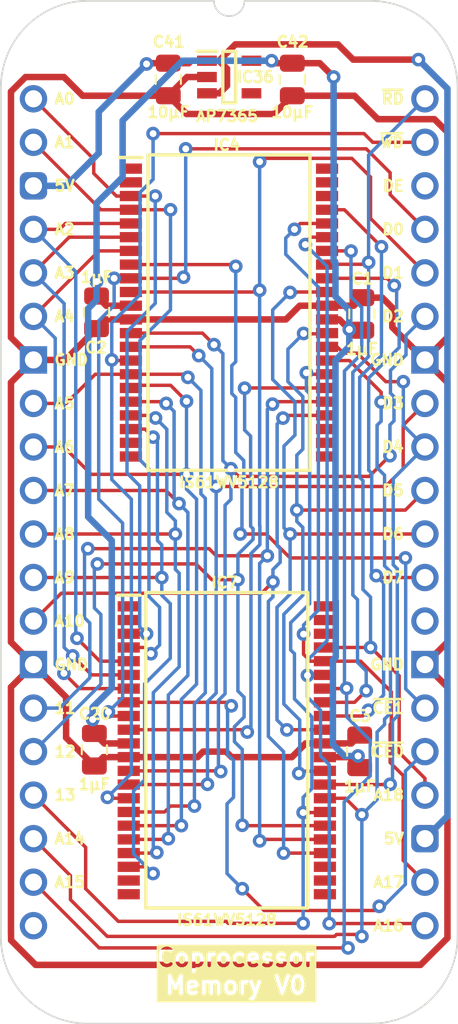
<source format=kicad_pcb>
(kicad_pcb (version 20241229) (generator "pcbnew") (generator_version "9.0")
  (title_block (title "HCP65 Coprocessor Memory") (date "2025-06-15") (rev "V0"))
  (layers (0 "F.Cu" signal) (2 "B.Cu" signal) (13 "F.Paste" user) (15 "B.Paste" user) (5 "F.SilkS" user "F.Silkscreen") (7 "B.SilkS" user "B.Silkscreen") (1 "F.Mask" user) (3 "B.Mask" user) (25 "Edge.Cuts" user))
  (net 0 "")
  (net 3 "~{CE1}")
  (net 4 "A16")
  (net 7 "A17")
  (net 9 "5V")
  (net 11 "GND")
  (net 12 "/3.3V")
  (net 14 "A18")
  (net 24 "D7")
  (net 25 "D6")
  (net 26 "D5")
  (net 27 "D4")
  (net 28 "D3")
  (net 29 "D2")
  (net 30 "D1")
  (net 31 "D0")
  (net 32 "A0")
  (net 33 "A1")
  (net 34 "A2")
  (net 35 "A3")
  (net 36 "A4")
  (net 37 "A5")
  (net 38 "A6")
  (net 39 "A7")
  (net 40 "A8")
  (net 41 "A9")
  (net 42 "A10")
  (net 43 "A11")
  (net 44 "A12")
  (net 45 "A13")
  (net 46 "A14")
  (net 47 "A15")
  (net 50 "~{CE0}")
  (net 57 "~{RD}")
  (net 58 "~{WD}")
  (footprint "SamacSys_Parts:SOP80P1176X120-44N" (layer "F.Cu") (at 11.29 38.022)
    (property "Reference" "IC7")
    (property "Value" "IS61WV5128FBLL-10TLI" (hide yes))
  )
  (footprint "SamacSys_Parts:C_0805" (layer "F.Cu") (at 3.556 37.973 180)
    (property "Reference" "C20")
    (property "Value" "1μF")
  )
  (footprint "SamacSys_Parts:C_0805" (layer "F.Cu") (at 7.874 -1.143 180)
    (property "Reference" "C41")
    (property "Value" "10μF")
  )
  (footprint "SamacSys_Parts:C_0805" (layer "F.Cu") (at 19.177 12.573)
    (property "Reference" "C1")
    (property "Value" "1μF")
  )
  (footprint "SamacSys_Parts:C_0805" (layer "F.Cu") (at 3.683 12.446 180)
    (property "Reference" "C2")
    (property "Value" "1μF")
  )
  (footprint "SamacSys_Parts:SOT95P285X130-5N" (layer "F.Cu") (at 11.43 -1.27)
    (property "Reference" "IC36")
    (property "Value" "AP7365-33WG-7" (hide yes))
  )
  (footprint "SamacSys_Parts:DIP-40_Board_W22.86mm" (layer "F.Cu") (at 0 0)
    (property "Reference" "J3" (hide yes))
    (property "Value" "Conn_02x20_Counter_Clockwise")
    (fp_line (start -1.905 -0.635) (end -1.905 48.895) (stroke (width 0.1)) (layer "Edge.Cuts"))
    (fp_line (start 10.541 -5.715) (end 3.175 -5.715) (stroke (width 0.1)) (layer "Edge.Cuts"))
    (fp_line (start 19.685 -5.715) (end 12.319 -5.715) (stroke (width 0.1)) (layer "Edge.Cuts"))
    (fp_line (start 19.685 53.975) (end 3.175 53.975) (stroke (width 0.1)) (layer "Edge.Cuts"))
    (fp_line (start 24.765 48.895) (end 24.765 -0.635) (stroke (width 0.1)) (layer "Edge.Cuts"))
    (fp_arc (start -1.905 -0.635) (mid -0.417102 -4.227102) (end 3.175 -5.715) (stroke (width 0.1)) (layer "Edge.Cuts"))
    (fp_arc (start 3.175 53.975) (mid -0.417102 52.487102) (end -1.905 48.895) (stroke (width 0.1)) (layer "Edge.Cuts"))
    (fp_arc (start 12.319 -5.715) (mid 11.43 -4.826) (end 10.541 -5.715) (stroke (width 0.1)) (layer "Edge.Cuts"))
    (fp_arc (start 19.685 -5.715) (mid 23.277102 -4.227102) (end 24.765 -0.635) (stroke (width 0.1)) (layer "Edge.Cuts"))
    (fp_arc (start 24.765 48.895) (mid 23.277102 52.487102) (end 19.685 53.975) (stroke (width 0.1)) (layer "Edge.Cuts"))
  )
  (footprint "SamacSys_Parts:C_0805" (layer "F.Cu") (at 19.05 38.1)
    (property "Reference" "C3")
    (property "Value" "1μF")
  )
  (footprint "SamacSys_Parts:SOP80P1176X120-44N" (layer "F.Cu") (at 11.417 12.477)
    (property "Reference" "IC4")
    (property "Value" "IS61WV5128FBLL-10TLI" (hide yes))
  )
  (footprint "SamacSys_Parts:C_0805" (layer "F.Cu") (at 15.113 -1.143 180)
    (property "Reference" "C42")
    (property "Value" "10μF")
  )
  (footprint "SamacSys_Parts:PinHeader_1x20_P2.54mm_Vertical" (layer "B.Cu") (at 0 0 180)
    (property "Reference" "J1" (hide yes))
    (property "Value" "Pin_Header_01x20" (hide yes))
  )
  (footprint "SamacSys_Parts:PinHeader_1x20_P2.54mm_Vertical" (layer "B.Cu") (at 22.86 0 180)
    (property "Reference" "J2" (hide yes))
    (property "Value" "Pin_Header_01x20" (hide yes))
  )
  (gr_text "A4" (at 1.143 12.7 0) (layer "F.SilkS") (effects (font (size 0.635 0.635)) (justify left)))
  (gr_text "A8" (at 1.143 25.4 0) (layer "F.SilkS") (effects (font (size 0.635 0.635)) (justify left)))
  (gr_text "DE" (at 21.717 5.08 0) (layer "F.SilkS") (effects (font (size 0.635 0.635)) (justify right)))
  (gr_text "A6" (at 1.143 20.32 0) (layer "F.SilkS") (effects (font (size 0.635 0.635)) (justify left)))
  (gr_text "D4" (at 21.717 20.32 0) (layer "F.SilkS") (effects (font (size 0.635 0.635)) (justify right)))
  (gr_text "A0" (at 1.143 0 0) (layer "F.SilkS") (effects (font (size 0.635 0.635)) (justify left)))
  (gr_text "11" (at 1.143 35.56 0) (layer "F.SilkS") (effects (font (size 0.635 0.635)) (justify left)))
  (gr_text "GND" (at 1.143 33.02 0) (layer "F.SilkS") (effects (font (size 0.635 0.635)) (justify left)))
  (gr_text "5V" (at 1.143 5.08 0) (layer "F.SilkS") (effects (font (size 0.635 0.635)) (justify left)))
  (gr_text "A2" (at 1.143 7.62 0) (layer "F.SilkS") (effects (font (size 0.635 0.635)) (justify left)))
  (gr_text "A17" (at 21.717 45.72 0) (layer "F.SilkS") (effects (font (size 0.635 0.635)) (justify right)))
  (gr_text "D6" (at 21.717 25.4 0) (layer "F.SilkS") (effects (font (size 0.635 0.635)) (justify right)))
  (gr_text "A18" (at 21.717 40.64 0) (layer "F.SilkS") (effects (font (size 0.635 0.635)) (justify right)))
  (gr_text "5V" (at 21.717 43.18 0) (layer "F.SilkS") (effects (font (size 0.635 0.635)) (justify right)))
  (gr_text "~{RD}" (at 21.717 0 0) (layer "F.SilkS") (effects (font (size 0.635 0.635)) (justify right)))
  (gr_text "~{WD}" (at 21.717 2.54 0) (layer "F.SilkS") (effects (font (size 0.635 0.635)) (justify right)))
  (gr_text "GND" (at 21.717 33.02 0) (layer "F.SilkS") (effects (font (size 0.635 0.635)) (justify right)))
  (gr_text "~{CE1}" (at 21.717 35.56 0) (layer "F.SilkS") (effects (font (size 0.635 0.635)) (justify right)))
  (gr_text "12" (at 1.143 38.1 0) (layer "F.SilkS") (effects (font (size 0.635 0.635)) (justify left)))
  (gr_text "D0" (at 21.717 7.62 0) (layer "F.SilkS") (effects (font (size 0.635 0.635)) (justify right)))
  (gr_text "A7" (at 1.143 22.86 0) (layer "F.SilkS") (effects (font (size 0.635 0.635)) (justify left)))
  (gr_text "~{CE0}" (at 21.717 38.1 0) (layer "F.SilkS") (effects (font (size 0.635 0.635)) (justify right)))
  (gr_text "GND" (at 21.717 15.24 0) (layer "F.SilkS") (effects (font (size 0.635 0.635)) (justify right)))
  (gr_text "A5" (at 1.143 17.78 0) (layer "F.SilkS") (effects (font (size 0.635 0.635)) (justify left)))
  (gr_text "D1" (at 21.717 10.16 0) (layer "F.SilkS") (effects (font (size 0.635 0.635)) (justify right)))
  (gr_text "A9" (at 1.143 27.94 0) (layer "F.SilkS") (effects (font (size 0.635 0.635)) (justify left)))
  (gr_text "GND" (at 1.143 15.24 0) (layer "F.SilkS") (effects (font (size 0.635 0.635)) (justify left)))
  (gr_text "D3" (at 21.717 17.78 0) (layer "F.SilkS") (effects (font (size 0.635 0.635)) (justify right)))
  (gr_text "A10" (at 1.143 30.48 0) (layer "F.SilkS") (effects (font (size 0.635 0.635)) (justify left)))
  (gr_text "D5" (at 21.717 22.86 0) (layer "F.SilkS") (effects (font (size 0.635 0.635)) (justify right)))
  (gr_text "A1" (at 1.143 2.54 0) (layer "F.SilkS") (effects (font (size 0.635 0.635)) (justify left)))
  (gr_text "A3" (at 1.143 10.16 0) (layer "F.SilkS") (effects (font (size 0.635 0.635)) (justify left)))
  (gr_text "13" (at 1.143 40.64 0) (layer "F.SilkS") (effects (font (size 0.635 0.635)) (justify left)))
  (gr_text "A16" (at 21.717 48.26 0) (layer "F.SilkS") (effects (font (size 0.635 0.635)) (justify right)))
  (gr_text "D7" (at 21.717 27.94 0) (layer "F.SilkS") (effects (font (size 0.635 0.635)) (justify right)))
  (gr_text "Coprocessor\nMemory V0\n" (at 11.811 52.324 0) (layer "F.SilkS" knockout) (effects (font (size 1 1) (thickness 0.2) (bold yes)) (justify bottom)))
  (gr_text "A15" (at 1.143 45.72 0) (layer "F.SilkS") (effects (font (size 0.635 0.635)) (justify left)))
  (gr_text "A14" (at 1.143 43.18 0) (layer "F.SilkS") (effects (font (size 0.635 0.635)) (justify left)))
  (gr_text "D2" (at 21.717 12.7 0) (layer "F.SilkS") (effects (font (size 0.635 0.635)) (justify right)))
  (segment (start 5.689 9.677) (end 11.709 9.677) (width 0.2) (layer "F.Cu") (net 3))
  (segment (start 14.986 26.797) (end 13.589 25.4) (width 0.2) (layer "F.Cu") (net 3))
  (segment (start 21.717 26.797) (end 14.986 26.797) (width 0.2) (layer "F.Cu") (net 3))
  (segment (start 13.589 25.4) (end 12.072 25.4) (width 0.2) (layer "F.Cu") (net 3))
  (segment (start 11.709 9.677) (end 11.811 9.779) (width 0.2) (layer "F.Cu") (net 3))
  (via (at 11.811 9.779) (size 0.8) (drill 0.4) (layers "F.Cu" "B.Cu") (net 3))
  (via (at 12.072 25.4) (size 0.8) (drill 0.4) (layers "F.Cu" "B.Cu") (net 3))
  (via (at 21.717 26.797) (size 0.8) (drill 0.4) (layers "F.Cu" "B.Cu") (net 3))
  (segment (start 11.581 17.201661) (end 11.811 17.431661) (width 0.2) (layer "B.Cu") (net 3))
  (segment (start 11.811 15.341862) (end 11.581 15.571862) (width 0.2) (layer "B.Cu") (net 3))
  (segment (start 12.174558 25.297442) (end 12.072 25.4) (width 0.2) (layer "B.Cu") (net 3))
  (segment (start 12.281 22.528629) (end 12.174558 22.635071) (width 0.2) (layer "B.Cu") (net 3))
  (segment (start 12.174558 22.635071) (end 12.174558 25.297442) (width 0.2) (layer "B.Cu") (net 3))
  (segment (start 21.717 26.797) (end 21.737 26.817) (width 0.2) (layer "B.Cu") (net 3))
  (segment (start 12.281 21.113314) (end 12.281 22.528629) (width 0.2) (layer "B.Cu") (net 3))
  (segment (start 11.811 17.431661) (end 11.811 20.643314) (width 0.2) (layer "B.Cu") (net 3))
  (segment (start 11.581 15.571862) (end 11.581 17.201661) (width 0.2) (layer "B.Cu") (net 3))
  (segment (start 11.811 20.643314) (end 12.281 21.113314) (width 0.2) (layer "B.Cu") (net 3))
  (segment (start 21.737 26.817) (end 21.737 34.437) (width 0.2) (layer "B.Cu") (net 3))
  (segment (start 21.737 34.437) (end 22.86 35.56) (width 0.2) (layer "B.Cu") (net 3))
  (segment (start 11.811 9.779) (end 11.811 15.341862) (width 0.2) (layer "B.Cu") (net 3))
  (segment (start 17.145 8.077) (end 16.18 8.077) (width 0.2) (layer "F.Cu") (net 4))
  (segment (start 16.18 8.077) (end 15.875 8.382) (width 0.2) (layer "F.Cu") (net 4))
  (segment (start 15.875 8.382) (end 15.875 8.509) (width 0.2) (layer "F.Cu") (net 4))
  (segment (start 22.733 48.133) (end 17.272 48.133) (width 0.2) (layer "F.Cu") (net 4))
  (segment (start 16.027806 33.622) (end 17.018 33.622) (width 0.2) (layer "F.Cu") (net 4))
  (segment (start 15.998827 33.650979) (end 16.027806 33.622) (width 0.2) (layer "F.Cu") (net 4))
  (via (at 17.272 48.133) (size 0.8) (drill 0.4) (layers "F.Cu" "B.Cu") (net 4))
  (via (at 15.875 8.509) (size 0.8) (drill 0.4) (layers "F.Cu" "B.Cu") (net 4))
  (via (at 15.998827 33.650979) (size 0.8) (drill 0.4) (layers "F.Cu" "B.Cu") (net 4))
  (segment (start 15.998827 34.921827) (end 15.998827 33.650979) (width 0.2) (layer "B.Cu") (net 4))
  (segment (start 16.764 35.687) (end 15.998827 34.921827) (width 0.2) (layer "B.Cu") (net 4))
  (segment (start 15.998827 33.650979) (end 15.998827 32.769173) (width 0.2) (layer "B.Cu") (net 4))
  (segment (start 17.145 31.623) (end 17.145 9.779) (width 0.2) (layer "B.Cu") (net 4))
  (segment (start 15.998827 32.769173) (end 17.145 31.623) (width 0.2) (layer "B.Cu") (net 4))
  (segment (start 17.272 38.862) (end 16.764 38.354) (width 0.2) (layer "B.Cu") (net 4))
  (segment (start 17.145 9.779) (end 15.875 8.509) (width 0.2) (layer "B.Cu") (net 4))
  (segment (start 16.764 38.354) (end 16.764 35.687) (width 0.2) (layer "B.Cu") (net 4))
  (segment (start 17.272 48.133) (end 17.272 38.862) (width 0.2) (layer "B.Cu") (net 4))
  (segment (start 15.583 7.277) (end 15.24 7.62) (width 0.2) (layer "F.Cu") (net 7))
  (segment (start 16.1705 32.822) (end 15.770498 32.421998) (width 0.2) (layer "F.Cu") (net 7))
  (segment (start 20.828 38.735) (end 21.59 39.497) (width 0.2) (layer "F.Cu") (net 7))
  (segment (start 17.018 32.822) (end 16.1705 32.822) (width 0.2) (layer "F.Cu") (net 7))
  (segment (start 20.828 36.514701) (end 20.828 38.735) (width 0.2) (layer "F.Cu") (net 7))
  (segment (start 17.018 32.822) (end 19.106 32.822) (width 0.2) (layer "F.Cu") (net 7))
  (segment (start 20.89602 36.446681) (end 20.828 36.514701) (width 0.2) (layer "F.Cu") (net 7))
  (segment (start 17.145 7.277) (end 15.583 7.277) (width 0.2) (layer "F.Cu") (net 7))
  (segment (start 21.59 44.45) (end 22.86 45.72) (width 0.2) (layer "F.Cu") (net 7))
  (segment (start 20.89602 34.61202) (end 20.89602 36.446681) (width 0.2) (layer "F.Cu") (net 7))
  (segment (start 21.59 39.497) (end 21.59 44.45) (width 0.2) (layer "F.Cu") (net 7))
  (segment (start 15.770498 32.421998) (end 15.770498 31.242) (width 0.2) (layer "F.Cu") (net 7))
  (segment (start 19.106 32.822) (end 20.89602 34.61202) (width 0.2) (layer "F.Cu") (net 7))
  (via (at 15.770498 31.242) (size 0.8) (drill 0.4) (layers "F.Cu" "B.Cu") (net 7))
  (via (at 15.24 7.62) (size 0.8) (drill 0.4) (layers "F.Cu" "B.Cu") (net 7))
  (segment (start 16.637 10.9855) (end 14.732 9.0805) (width 0.2) (layer "B.Cu") (net 7))
  (segment (start 16.637 29.845) (end 16.637 10.9855) (width 0.2) (layer "B.Cu") (net 7))
  (segment (start 14.732 9.0805) (end 14.732 8.128) (width 0.2) (layer "B.Cu") (net 7))
  (segment (start 15.770498 30.711502) (end 16.637 29.845) (width 0.2) (layer "B.Cu") (net 7))
  (segment (start 14.732 8.128) (end 15.24 7.62) (width 0.2) (layer "B.Cu") (net 7))
  (segment (start 15.770498 31.242) (end 15.770498 30.711502) (width 0.2) (layer "B.Cu") (net 7))
  (segment (start 7.874 -2.077) (end 6.649 -2.077) (width 0.38) (layer "F.Cu") (net 9))
  (segment (start 6.649 -2.077) (end 6.604 -2.032) (width 0.38) (layer "F.Cu") (net 9))
  (segment (start 10.837 -2.22) (end 11.792 -3.175) (width 0.38) (layer "F.Cu") (net 9))
  (segment (start 11.792 -3.175) (end 17.78 -3.175) (width 0.38) (layer "F.Cu") (net 9))
  (segment (start 9.21 -2.22) (end 9.067 -2.077) (width 0.38) (layer "F.Cu") (net 9))
  (segment (start 10.13 -2.22) (end 10.837 -2.22) (width 0.38) (layer "F.Cu") (net 9))
  (segment (start 9.067 -2.077) (end 7.874 -2.077) (width 0.38) (layer "F.Cu") (net 9))
  (segment (start 10.837 -2.22) (end 11.303 -1.754) (width 0.38) (layer "F.Cu") (net 9))
  (segment (start 11.303 -0.762) (end 10.861 -0.32) (width 0.38) (layer "F.Cu") (net 9))
  (segment (start 10.861 -0.32) (end 10.13 -0.32) (width 0.38) (layer "F.Cu") (net 9))
  (segment (start 10.13 -2.22) (end 9.21 -2.22) (width 0.38) (layer "F.Cu") (net 9))
  (segment (start 18.669 -2.286) (end 22.479 -2.286) (width 0.38) (layer "F.Cu") (net 9))
  (segment (start 11.303 -1.754) (end 11.303 -0.762) (width 0.38) (layer "F.Cu") (net 9))
  (segment (start 17.78 -3.175) (end 18.669 -2.286) (width 0.38) (layer "F.Cu") (net 9))
  (via (at 6.604 -2.032) (size 0.8) (drill 0.4) (layers "F.Cu" "B.Cu") (net 9))
  (via (at 22.479 -2.286) (size 0.8) (drill 0.4) (layers "F.Cu" "B.Cu") (net 9))
  (segment (start 1.905 5.08) (end 3.81 3.175) (width 0.38) (layer "B.Cu") (net 9))
  (segment (start 24.174 -0.591) (end 24.174 41.866) (width 0.38) (layer "B.Cu") (net 9))
  (segment (start 0 5.08) (end 1.905 5.08) (width 0.38) (layer "B.Cu") (net 9))
  (segment (start 3.81 0.762) (end 6.604 -2.032) (width 0.38) (layer "B.Cu") (net 9))
  (segment (start 22.479 -2.286) (end 24.174 -0.591) (width 0.38) (layer "B.Cu") (net 9))
  (segment (start 24.174 41.866) (end 22.86 43.18) (width 0.38) (layer "B.Cu") (net 9))
  (segment (start 3.81 3.175) (end 3.81 0.762) (width 0.38) (layer "B.Cu") (net 9))
  (segment (start 22.606 50.546) (end 24.174 48.978) (width 0.38) (layer "F.Cu") (net 11))
  (segment (start 0 15.24) (end -1.314 16.554) (width 0.38) (layer "F.Cu") (net 11))
  (segment (start -0.461164 -1.27) (end 1.778 -1.27) (width 0.38) (layer "F.Cu") (net 11))
  (segment (start 9.584 38.422) (end 5.562 38.422) (width 0.38) (layer "F.Cu") (net 11))
  (segment (start 3.556 38.939) (end 4.073 38.422) (width 0.38) (layer "F.Cu") (net 11))
  (segment (start 2.871 -0.177) (end 7.874 -0.177) (width 0.38) (layer "F.Cu") (net 11))
  (segment (start 23.416 1.191) (end 20.114 1.191) (width 0.38) (layer "F.Cu") (net 11))
  (segment (start 24.174 48.978) (end 24.174 34.334) (width 0.38) (layer "F.Cu") (net 11))
  (segment (start 0 33.02) (end -1.314 34.334) (width 0.38) (layer "F.Cu") (net 11))
  (segment (start 8.967 -1.27) (end 7.874 -0.177) (width 0.38) (layer "F.Cu") (net 11))
  (segment (start 0.127 50.546) (end 22.606 50.546) (width 0.38) (layer "F.Cu") (net 11))
  (segment (start 0 15.24) (end 1.855 15.24) (width 0.38) (layer "F.Cu") (net 11))
  (segment (start 15.88994 37.622) (end 15.08994 38.422) (width 0.38) (layer "F.Cu") (net 11))
  (segment (start -1.304066 49.114934) (end 0.127 50.546) (width 0.38) (layer "F.Cu") (net 11))
  (segment (start -1.314 34.334) (end -1.314 48.658981) (width 0.38) (layer "F.Cu") (net 11))
  (segment (start 22.86 33.02) (end 24.174 31.706) (width 0.38) (layer "F.Cu") (net 11))
  (segment (start -1.314 48.658981) (end -1.304066 49.114934) (width 0.38) (layer "F.Cu") (net 11))
  (segment (start 1.905 37.288) (end 3.556 38.939) (width 0.38) (layer "F.Cu") (net 11))
  (segment (start 17.018 37.622) (end 18.562 37.622) (width 0.38) (layer "F.Cu") (net 11))
  (segment (start 17.018 37.622) (end 15.88994 37.622) (width 0.38) (layer "F.Cu") (net 11))
  (segment (start 24.174 16.554) (end 22.86 15.24) (width 0.38) (layer "F.Cu") (net 11))
  (segment (start 4.218 12.877) (end 3.683 13.412) (width 0.38) (layer "F.Cu") (net 11))
  (segment (start -1.314 13.926) (end -1.314 -0.417164) (width 0.38) (layer "F.Cu") (net 11))
  (segment (start 11.247362 38.1) (end 9.906 38.1) (width 0.38) (layer "F.Cu") (net 11))
  (segment (start 20.37 11.607) (end 20.955 12.192) (width 0.38) (layer "F.Cu") (net 11))
  (segment (start 11.569362 38.422) (end 11.247362 38.1) (width 0.38) (layer "F.Cu") (net 11))
  (segment (start 14.74575 12.877) (end 15.54575 12.077) (width 0.38) (layer "F.Cu") (net 11))
  (segment (start 4.073 38.422) (end 5.562 38.422) (width 0.38) (layer "F.Cu") (net 11))
  (segment (start 1.855 15.24) (end 3.683 13.412) (width 0.38) (layer "F.Cu") (net 11))
  (segment (start 5.689 12.877) (end 14.74575 12.877) (width 0.38) (layer "F.Cu") (net 11))
  (segment (start 19.177 11.607) (end 20.37 11.607) (width 0.38) (layer "F.Cu") (net 11))
  (segment (start 14.047 0.889) (end 15.113 -0.177) (width 0.38) (layer "F.Cu") (net 11))
  (segment (start -1.314 16.554) (end -1.314 31.706) (width 0.38) (layer "F.Cu") (net 11))
  (segment (start 0 15.24) (end -1.314 13.926) (width 0.38) (layer "F.Cu") (net 11))
  (segment (start 7.874 -0.177) (end 8.94 0.889) (width 0.38) (layer "F.Cu") (net 11))
  (segment (start 0 33.02) (end 1.905 34.925) (width 0.38) (layer "F.Cu") (net 11))
  (segment (start 10.13 -1.27) (end 8.967 -1.27) (width 0.38) (layer "F.Cu") (net 11))
  (segment (start 20.955 13.335) (end 22.86 15.24) (width 0.38) (layer "F.Cu") (net 11))
  (segment (start 24.174 31.706) (end 24.174 16.554) (width 0.38) (layer "F.Cu") (net 11))
  (segment (start 9.906 38.1) (end 9.584 38.422) (width 0.38) (layer "F.Cu") (net 11))
  (segment (start 15.54575 12.077) (end 17.145 12.077) (width 0.38) (layer "F.Cu") (net 11))
  (segment (start 24.174 13.926) (end 24.174 1.949) (width 0.38) (layer "F.Cu") (net 11))
  (segment (start 18.562 37.622) (end 19.05 37.134) (width 0.38) (layer "F.Cu") (net 11))
  (segment (start 5.689 12.877) (end 4.218 12.877) (width 0.38) (layer "F.Cu") (net 11))
  (segment (start -1.314 -0.417164) (end -0.461164 -1.27) (width 0.38) (layer "F.Cu") (net 11))
  (segment (start 18.746 -0.177) (end 15.113 -0.177) (width 0.38) (layer "F.Cu") (net 11))
  (segment (start 20.114 1.191) (end 18.746 -0.177) (width 0.38) (layer "F.Cu") (net 11))
  (segment (start 15.08994 38.422) (end 11.569362 38.422) (width 0.38) (layer "F.Cu") (net 11))
  (segment (start 1.778 -1.27) (end 2.871 -0.177) (width 0.38) (layer "F.Cu") (net 11))
  (segment (start 1.905 34.925) (end 1.905 37.288) (width 0.38) (layer "F.Cu") (net 11))
  (segment (start 17.145 12.077) (end 18.707 12.077) (width 0.38) (layer "F.Cu") (net 11))
  (segment (start 18.707 12.077) (end 19.177 11.607) (width 0.38) (layer "F.Cu") (net 11))
  (segment (start 24.174 1.949) (end 23.416 1.191) (width 0.38) (layer "F.Cu") (net 11))
  (segment (start -1.314 31.706) (end 0 33.02) (width 0.38) (layer "F.Cu") (net 11))
  (segment (start 24.174 34.334) (end 22.86 33.02) (width 0.38) (layer "F.Cu") (net 11))
  (segment (start 8.94 0.889) (end 14.047 0.889) (width 0.38) (layer "F.Cu") (net 11))
  (segment (start 22.86 15.24) (end 24.174 13.926) (width 0.38) (layer "F.Cu") (net 11))
  (segment (start 20.955 12.192) (end 20.955 13.335) (width 0.38) (layer "F.Cu") (net 11))
  (segment (start 18.487502 13.507) (end 18.442502 13.462) (width 0.38) (layer "F.Cu") (net 12))
  (segment (start 19.05 39.034) (end 19.05 38.451) (width 0.38) (layer "F.Cu") (net 12))
  (segment (start 3.556 36.32606) (end 3.456304 36.226364) (width 0.38) (layer "F.Cu") (net 12))
  (segment (start 3.683 11.512) (end 4.248 12.077) (width 0.38) (layer "F.Cu") (net 12))
  (segment (start 15.113 -2.077) (end 16.721 -2.077) (width 0.38) (layer "F.Cu") (net 12))
  (segment (start 19.177 13.507) (end 18.487502 13.507) (width 0.38) (layer "F.Cu") (net 12))
  (segment (start 3.556 37.039) (end 3.556 36.32606) (width 0.38) (layer "F.Cu") (net 12))
  (segment (start 4.139 37.622) (end 3.556 37.039) (width 0.38) (layer "F.Cu") (net 12))
  (segment (start 17.857502 12.877) (end 18.442502 13.462) (width 0.38) (layer "F.Cu") (net 12))
  (segment (start 5.562 37.622) (end 4.139 37.622) (width 0.38) (layer "F.Cu") (net 12))
  (segment (start 4.248 12.077) (end 5.689 12.077) (width 0.38) (layer "F.Cu") (net 12))
  (segment (start 14.047 -2.077) (end 15.113 -2.077) (width 0.38) (layer "F.Cu") (net 12))
  (segment (start 13.904 -2.22) (end 14.047 -2.077) (width 0.38) (layer "F.Cu") (net 12))
  (segment (start 16.721 -2.077) (end 17.527 -1.271) (width 0.38) (layer "F.Cu") (net 12))
  (segment (start 3.683 10.668) (end 3.683 11.512) (width 0.38) (layer "F.Cu") (net 12))
  (segment (start 17.145 12.877) (end 17.857502 12.877) (width 0.38) (layer "F.Cu") (net 12))
  (segment (start 17.018 38.422) (end 18.438 38.422) (width 0.38) (layer "F.Cu") (net 12))
  (segment (start 18.438 38.422) (end 19.05 39.034) (width 0.38) (layer "F.Cu") (net 12))
  (segment (start 19.05 38.451) (end 18.953 38.354) (width 0.38) (layer "F.Cu") (net 12))
  (segment (start 12.73 -2.22) (end 13.904 -2.22) (width 0.38) (layer "F.Cu") (net 12))
  (via (at 13.904 -2.22) (size 0.8) (drill 0.4) (layers "F.Cu" "B.Cu") (net 12))
  (via (at 3.456304 36.226364) (size 0.8) (drill 0.4) (layers "F.Cu" "B.Cu") (net 12))
  (via (at 3.683 10.668) (size 0.8) (drill 0.4) (layers "F.Cu" "B.Cu") (net 12))
  (via (at 18.953 38.354) (size 0.8) (drill 0.4) (layers "F.Cu" "B.Cu") (net 12))
  (via (at 17.527 -1.271) (size 0.8) (drill 0.4) (layers "F.Cu" "B.Cu") (net 12))
  (via (at 18.442502 13.462) (size 0.8) (drill 0.4) (layers "F.Cu" "B.Cu") (net 12))
  (segment (start 3.193 24.402) (end 4.572 25.781) (width 0.38) (layer "B.Cu") (net 12))
  (segment (start 18.161 38.354) (end 18.953 38.354) (width 0.38) (layer "B.Cu") (net 12))
  (segment (start 17.635 9.576036) (end 17.527 9.468035) (width 0.38) (layer "B.Cu") (net 12))
  (segment (start 4.572 25.781) (end 4.572 34.396424) (width 0.38) (layer "B.Cu") (net 12))
  (segment (start 5.207 4.572) (end 5.207 1.27) (width 0.38) (layer "B.Cu") (net 12))
  (segment (start 17.635 11.539) (end 17.635 9.576036) (width 0.38) (layer "B.Cu") (net 12))
  (segment (start 3.456304 35.51212) (end 3.456304 36.226364) (width 0.38) (layer "B.Cu") (net 12))
  (segment (start 3.683 6.096) (end 5.207 4.572) (width 0.38) (layer "B.Cu") (net 12))
  (segment (start 18.442502 14.450498) (end 17.635 15.258) (width 0.38) (layer "B.Cu") (net 12))
  (segment (start 17.653 29.325649) (end 17.653 32.583126) (width 0.38) (layer "B.Cu") (net 12))
  (segment (start 18.442502 12.346502) (end 17.635 11.539) (width 0.38) (layer "B.Cu") (net 12))
  (segment (start 8.697 -2.22) (end 13.904 -2.22) (width 0.38) (layer "B.Cu") (net 12))
  (segment (start 17.485566 32.75056) (end 17.485566 37.678566) (width 0.38) (layer "B.Cu") (net 12))
  (segment (start 3.683 10.668) (end 3.683 6.096) (width 0.38) (layer "B.Cu") (net 12))
  (segment (start 17.653 32.583126) (end 17.485566 32.75056) (width 0.38) (layer "B.Cu") (net 12))
  (segment (start 3.683 10.668) (end 3.683 11.753036) (width 0.38) (layer "B.Cu") (net 12))
  (segment (start 18.442502 13.462) (end 18.442502 12.346502) (width 0.38) (layer "B.Cu") (net 12))
  (segment (start 18.442502 13.462) (end 18.442502 14.450498) (width 0.38) (layer "B.Cu") (net 12))
  (segment (start 5.207 1.27) (end 8.697 -2.22) (width 0.38) (layer "B.Cu") (net 12))
  (segment (start 17.527 9.468035) (end 17.527 -1.271) (width 0.38) (layer "B.Cu") (net 12))
  (segment (start 4.572 34.396424) (end 3.456304 35.51212) (width 0.38) (layer "B.Cu") (net 12))
  (segment (start 17.635 29.307649) (end 17.653 29.325649) (width 0.38) (layer "B.Cu") (net 12))
  (segment (start 3.193 12.243036) (end 3.193 24.402) (width 0.38) (layer "B.Cu") (net 12))
  (segment (start 17.635 15.258) (end 17.635 29.307649) (width 0.38) (layer "B.Cu") (net 12))
  (segment (start 3.683 11.753036) (end 3.193 12.243036) (width 0.38) (layer "B.Cu") (net 12))
  (segment (start 17.485566 37.678566) (end 18.161 38.354) (width 0.38) (layer "B.Cu") (net 12))
  (segment (start 22.86 39.65705) (end 21.355 38.15205) (width 0.2) (layer "F.Cu") (net 14))
  (segment (start 22.86 40.64) (end 22.86 39.65705) (width 0.2) (layer "F.Cu") (net 14))
  (segment (start 21.355 38.15205) (end 21.355 33.674) (width 0.2) (layer "F.Cu") (net 14))
  (segment (start 19.703 32.022) (end 19.685 32.022) (width 0.2) (layer "F.Cu") (net 14))
  (segment (start 20.32 8.636) (end 18.161 6.477) (width 0.2) (layer "F.Cu") (net 14))
  (segment (start 19.685 32.022) (end 17.018 32.022) (width 0.2) (layer "F.Cu") (net 14))
  (segment (start 21.355 33.674) (end 19.703 32.022) (width 0.2) (layer "F.Cu") (net 14))
  (segment (start 18.161 6.477) (end 17.145 6.477) (width 0.2) (layer "F.Cu") (net 14))
  (via (at 20.32 8.636) (size 0.8) (drill 0.4) (layers "F.Cu" "B.Cu") (net 14))
  (via (at 19.685 32.022) (size 0.8) (drill 0.4) (layers "F.Cu" "B.Cu") (net 14))
  (segment (start 19.685 32.022) (end 19.685 29.083) (width 0.2) (layer "B.Cu") (net 14))
  (segment (start 19.685 29.083) (end 19.2405 28.6385) (width 0.2) (layer "B.Cu") (net 14))
  (segment (start 20.32 14.986) (end 20.32 8.636) (width 0.2) (layer "B.Cu") (net 14))
  (segment (start 19.2405 22.2885) (end 19.05 22.098) (width 0.2) (layer "B.Cu") (net 14))
  (segment (start 19.05 22.098) (end 19.05 16.256) (width 0.2) (layer "B.Cu") (net 14))
  (segment (start 19.2405 28.6385) (end 19.2405 22.2885) (width 0.2) (layer "B.Cu") (net 14))
  (segment (start 19.05 16.256) (end 20.32 14.986) (width 0.2) (layer "B.Cu") (net 14))
  (segment (start 20.650952 10.477) (end 21.069535 10.895583) (width 0.2) (layer "F.Cu") (net 24))
  (segment (start 17.018 36.022) (end 19.223 36.022) (width 0.2) (layer "F.Cu") (net 24))
  (segment (start 20.126416 27.94) (end 20.015145 27.828729) (width 0.2) (layer "F.Cu") (net 24))
  (segment (start 17.145 10.477) (end 20.650952 10.477) (width 0.2) (layer "F.Cu") (net 24))
  (segment (start 22.86 27.94) (end 20.126416 27.94) (width 0.2) (layer "F.Cu") (net 24))
  (segment (start 19.223 36.022) (end 19.558 35.687) (width 0.2) (layer "F.Cu") (net 24))
  (via (at 19.558 35.687) (size 0.8) (drill 0.4) (layers "F.Cu" "B.Cu") (net 24))
  (via (at 20.015145 27.828729) (size 0.8) (drill 0.4) (layers "F.Cu" "B.Cu") (net 24))
  (via (at 21.069535 10.895583) (size 0.8) (drill 0.4) (layers "F.Cu" "B.Cu") (net 24))
  (segment (start 19.577 21.678315) (end 19.577 16.294686) (width 0.2) (layer "B.Cu") (net 24))
  (segment (start 19.577 16.294686) (end 21.355 14.516686) (width 0.2) (layer "B.Cu") (net 24))
  (segment (start 21.355 14.516686) (end 21.355 12.788315) (width 0.2) (layer "B.Cu") (net 24))
  (segment (start 20.447 34.798) (end 19.558 35.687) (width 0.2) (layer "B.Cu") (net 24))
  (segment (start 19.752512 21.853827) (end 19.577 21.678315) (width 0.2) (layer "B.Cu") (net 24))
  (segment (start 21.209 12.642315) (end 21.209 11.035048) (width 0.2) (layer "B.Cu") (net 24))
  (segment (start 20.015145 27.828729) (end 20.447 28.260584) (width 0.2) (layer "B.Cu") (net 24))
  (segment (start 20.015145 27.828729) (end 19.752512 27.566096) (width 0.2) (layer "B.Cu") (net 24))
  (segment (start 19.752512 27.566096) (end 19.752512 21.853827) (width 0.2) (layer "B.Cu") (net 24))
  (segment (start 21.209 11.035048) (end 21.069535 10.895583) (width 0.2) (layer "B.Cu") (net 24))
  (segment (start 20.447 28.260584) (end 20.447 34.798) (width 0.2) (layer "B.Cu") (net 24))
  (segment (start 21.355 12.788315) (end 21.209 12.642315) (width 0.2) (layer "B.Cu") (net 24))
  (segment (start 14.986 11.303) (end 15.367 11.303) (width 0.2) (layer "F.Cu") (net 25))
  (segment (start 17.018 36.822) (end 14.806827 36.822) (width 0.2) (layer "F.Cu") (net 25))
  (segment (start 14.806827 36.822) (end 14.798827 36.83) (width 0.2) (layer "F.Cu") (net 25))
  (segment (start 15.367 11.303) (end 15.393 11.277) (width 0.2) (layer "F.Cu") (net 25))
  (segment (start 22.86 25.4) (end 14.986 25.4) (width 0.2) (layer "F.Cu") (net 25))
  (segment (start 15.393 11.277) (end 17.145 11.277) (width 0.2) (layer "F.Cu") (net 25))
  (via (at 14.986 25.4) (size 0.8) (drill 0.4) (layers "F.Cu" "B.Cu") (net 25))
  (via (at 14.986 11.303) (size 0.8) (drill 0.4) (layers "F.Cu" "B.Cu") (net 25))
  (via (at 14.798827 36.83) (size 0.8) (drill 0.4) (layers "F.Cu" "B.Cu") (net 25))
  (segment (start 15.270124 17.683124) (end 13.97 16.383) (width 0.2) (layer "B.Cu") (net 25))
  (segment (start 14.629 20.267206) (end 15.270124 19.626082) (width 0.2) (layer "B.Cu") (net 25))
  (segment (start 15.270124 19.626082) (end 15.270124 17.683124) (width 0.2) (layer "B.Cu") (net 25))
  (segment (start 14.629 25.043) (end 14.629 20.267206) (width 0.2) (layer "B.Cu") (net 25))
  (segment (start 14.986 25.4) (end 14.629 25.043) (width 0.2) (layer "B.Cu") (net 25))
  (segment (start 14.986 25.4) (end 14.986 28.909942) (width 0.2) (layer "B.Cu") (net 25))
  (segment (start 14.220498 29.675444) (end 14.220498 36.251671) (width 0.2) (layer "B.Cu") (net 25))
  (segment (start 13.97 16.383) (end 13.97 12.319) (width 0.2) (layer "B.Cu") (net 25))
  (segment (start 14.220498 36.251671) (end 14.798827 36.83) (width 0.2) (layer "B.Cu") (net 25))
  (segment (start 14.986 28.909942) (end 14.220498 29.675444) (width 0.2) (layer "B.Cu") (net 25))
  (segment (start 13.97 12.319) (end 14.986 11.303) (width 0.2) (layer "B.Cu") (net 25))
  (segment (start 21.717 24.003) (end 15.379 24.003) (width 0.2) (layer "F.Cu") (net 26))
  (segment (start 22.86 22.86) (end 21.717 24.003) (width 0.2) (layer "F.Cu") (net 26))
  (segment (start 16.997 39.243) (end 15.621 39.243) (width 0.2) (layer "F.Cu") (net 26))
  (segment (start 15.794651 13.716) (end 15.774564 13.695913) (width 0.2) (layer "F.Cu") (net 26))
  (segment (start 17.106 13.716) (end 15.794651 13.716) (width 0.2) (layer "F.Cu") (net 26))
  (segment (start 15.621 39.243) (end 15.494 39.37) (width 0.2) (layer "F.Cu") (net 26))
  (via (at 15.494 39.37) (size 0.8) (drill 0.4) (layers "F.Cu" "B.Cu") (net 26))
  (via (at 15.774564 13.695913) (size 0.8) (drill 0.4) (layers "F.Cu" "B.Cu") (net 26))
  (via (at 15.379 24.003) (size 0.8) (drill 0.4) (layers "F.Cu" "B.Cu") (net 26))
  (segment (start 14.620498 30.083502) (end 15.729 28.975) (width 0.2) (layer "B.Cu") (net 26))
  (segment (start 15.729 20.447) (end 15.729 17.38) (width 0.2) (layer "B.Cu") (net 26))
  (segment (start 15.379 20.797) (end 15.729 20.447) (width 0.2) (layer "B.Cu") (net 26))
  (segment (start 15.729 28.975) (end 15.729 25.019) (width 0.2) (layer "B.Cu") (net 26))
  (segment (start 14.859 14.611477) (end 15.774564 13.695913) (width 0.2) (layer "B.Cu") (net 26))
  (segment (start 14.620498 35.321498) (end 14.620498 30.083502) (width 0.2) (layer "B.Cu") (net 26))
  (segment (start 15.494 39.37) (end 15.548827 39.315173) (width 0.2) (layer "B.Cu") (net 26))
  (segment (start 15.729 25.019) (end 15.379 24.669) (width 0.2) (layer "B.Cu") (net 26))
  (segment (start 15.548827 36.249827) (end 14.620498 35.321498) (width 0.2) (layer "B.Cu") (net 26))
  (segment (start 15.548827 39.315173) (end 15.548827 36.249827) (width 0.2) (layer "B.Cu") (net 26))
  (segment (start 14.859 16.51) (end 14.859 14.611477) (width 0.2) (layer "B.Cu") (net 26))
  (segment (start 15.729 17.38) (end 14.859 16.51) (width 0.2) (layer "B.Cu") (net 26))
  (segment (start 15.379 24.003) (end 15.379 20.797) (width 0.2) (layer "B.Cu") (net 26))
  (segment (start 15.379 24.669) (end 15.379 24.003) (width 0.2) (layer "B.Cu") (net 26))
  (segment (start 18.104339 14.847) (end 18.911 14.847) (width 0.2) (layer "F.Cu") (net 27))
  (segment (start 17.145 14.477) (end 17.734339 14.477) (width 0.2) (layer "F.Cu") (net 27))
  (segment (start 20.574 16.51) (end 21.597 16.51) (width 0.2) (layer "F.Cu") (net 27))
  (segment (start 18.911 14.847) (end 20.574 16.51) (width 0.2) (layer "F.Cu") (net 27))
  (segment (start 17.734339 14.477) (end 18.104339 14.847) (width 0.2) (layer "F.Cu") (net 27))
  (segment (start 17.018 40.022) (end 20.811 40.022) (width 0.2) (layer "F.Cu") (net 27))
  (segment (start 20.811 40.022) (end 20.828 40.005) (width 0.2) (layer "F.Cu") (net 27))
  (via (at 21.597 16.51) (size 0.8) (drill 0.4) (layers "F.Cu" "B.Cu") (net 27))
  (via (at 20.828 40.005) (size 0.8) (drill 0.4) (layers "F.Cu" "B.Cu") (net 27))
  (segment (start 21.247 27.434237) (end 21.008642 27.19588) (width 0.2) (layer "B.Cu") (net 27))
  (segment (start 20.967 36.305018) (end 21.247 36.025018) (width 0.2) (layer "B.Cu") (net 27))
  (segment (start 21.247 36.025018) (end 21.247 27.434237) (width 0.2) (layer "B.Cu") (net 27))
  (segment (start 20.967 39.866) (end 20.967 36.305018) (width 0.2) (layer "B.Cu") (net 27))
  (segment (start 21.008642 27.19588) (end 21.008642 22.171358) (width 0.2) (layer "B.Cu") (net 27))
  (segment (start 21.008642 22.171358) (end 22.86 20.32) (width 0.2) (layer "B.Cu") (net 27))
  (segment (start 22.86 20.32) (end 21.597 19.057) (width 0.2) (layer "B.Cu") (net 27))
  (segment (start 21.597 19.057) (end 21.597 16.51) (width 0.2) (layer "B.Cu") (net 27))
  (segment (start 20.828 40.005) (end 20.967 39.866) (width 0.2) (layer "B.Cu") (net 27))
  (segment (start 10.143 40.022) (end 10.16 40.005) (width 0.2) (layer "F.Cu") (net 28))
  (segment (start 21.59 19.05) (end 21.59 21.59) (width 0.2) (layer "F.Cu") (net 28))
  (segment (start 5.689 14.477) (end 9.143 14.477) (width 0.2) (layer "F.Cu") (net 28))
  (segment (start 20.554424 22.625576) (end 10.668 22.625576) (width 0.2) (layer "F.Cu") (net 28))
  (segment (start 22.86 17.78) (end 21.59 19.05) (width 0.2) (layer "F.Cu") (net 28))
  (segment (start 21.59 21.59) (end 20.554424 22.625576) (width 0.2) (layer "F.Cu") (net 28))
  (segment (start 5.562 40.022) (end 10.143 40.022) (width 0.2) (layer "F.Cu") (net 28))
  (segment (start 9.143 14.477) (end 9.652 14.986) (width 0.2) (layer "F.Cu") (net 28))
  (via (at 9.652 14.986) (size 0.8) (drill 0.4) (layers "F.Cu" "B.Cu") (net 28))
  (via (at 10.16 40.005) (size 0.8) (drill 0.4) (layers "F.Cu" "B.Cu") (net 28))
  (via (at 10.668 22.625576) (size 0.8) (drill 0.4) (layers "F.Cu" "B.Cu") (net 28))
  (segment (start 10.668 34.680469) (end 10.668 22.625576) (width 0.2) (layer "B.Cu") (net 28))
  (segment (start 10.414 22.371576) (end 10.668 22.625576) (width 0.2) (layer "B.Cu") (net 28))
  (segment (start 10.16 40.005) (end 10.16 35.188469) (width 0.2) (layer "B.Cu") (net 28))
  (segment (start 10.16 35.188469) (end 10.668 34.680469) (width 0.2) (layer "B.Cu") (net 28))
  (segment (start 9.652 14.986) (end 10.414 15.748) (width 0.2) (layer "B.Cu") (net 28))
  (segment (start 10.414 15.748) (end 10.414 22.371576) (width 0.2) (layer "B.Cu") (net 28))
  (segment (start 10.894 39.222) (end 10.934 39.262) (width 0.2) (layer "F.Cu") (net 29))
  (segment (start 9.867 13.677) (end 10.541 14.351) (width 0.2) (layer "F.Cu") (net 29))
  (segment (start 19.60689 22.03711) (end 11.97811 22.03711) (width 0.2) (layer "F.Cu") (net 29))
  (segment (start 20.816 20.828) (end 19.60689 22.03711) (width 0.2) (layer "F.Cu") (net 29))
  (segment (start 5.562 39.222) (end 10.894 39.222) (width 0.2) (layer "F.Cu") (net 29))
  (segment (start 11.97811 22.03711) (end 11.531 21.59) (width 0.2) (layer "F.Cu") (net 29))
  (segment (start 5.689 13.677) (end 9.867 13.677) (width 0.2) (layer "F.Cu") (net 29))
  (via (at 10.541 14.351) (size 0.8) (drill 0.4) (layers "F.Cu" "B.Cu") (net 29))
  (via (at 11.531 21.59) (size 0.8) (drill 0.4) (layers "F.Cu" "B.Cu") (net 29))
  (via (at 20.816 20.828) (size 0.8) (drill 0.4) (layers "F.Cu" "B.Cu") (net 29))
  (via (at 10.934 39.262) (size 0.8) (drill 0.4) (layers "F.Cu" "B.Cu") (net 29))
  (segment (start 20.816 19.032858) (end 20.816 20.828) (width 0.2) (layer "B.Cu") (net 29))
  (segment (start 22.86 12.7) (end 21.755 13.805) (width 0.2) (layer "B.Cu") (net 29))
  (segment (start 10.541 14.351) (end 11.061 14.871) (width 0.2) (layer "B.Cu") (net 29))
  (segment (start 11.188 23.720139) (end 11.531 23.377139) (width 0.2) (layer "B.Cu") (net 29))
  (segment (start 10.8 39.128) (end 10.8 35.114155) (width 0.2) (layer "B.Cu") (net 29))
  (segment (start 10.8 35.114155) (end 11.188 34.726155) (width 0.2) (layer "B.Cu") (net 29))
  (segment (start 21.052858 17.386489) (end 21.052858 18.796) (width 0.2) (layer "B.Cu") (net 29))
  (segment (start 10.934 39.262) (end 10.8 39.128) (width 0.2) (layer "B.Cu") (net 29))
  (segment (start 11.061 14.871) (end 11.061 21.12) (width 0.2) (layer "B.Cu") (net 29))
  (segment (start 11.531 23.377139) (end 11.531 21.59) (width 0.2) (layer "B.Cu") (net 29))
  (segment (start 20.847 15.856) (end 20.847 17.180631) (width 0.2) (layer "B.Cu") (net 29))
  (segment (start 20.847 17.180631) (end 21.052858 17.386489) (width 0.2) (layer "B.Cu") (net 29))
  (segment (start 21.755 13.805) (end 21.755 14.948) (width 0.2) (layer "B.Cu") (net 29))
  (segment (start 21.052858 18.796) (end 20.816 19.032858) (width 0.2) (layer "B.Cu") (net 29))
  (segment (start 21.755 14.948) (end 20.847 15.856) (width 0.2) (layer "B.Cu") (net 29))
  (segment (start 11.061 21.12) (end 11.531 21.59) (width 0.2) (layer "B.Cu") (net 29))
  (segment (start 11.188 34.726155) (end 11.188 23.720139) (width 0.2) (layer "B.Cu") (net 29))
  (segment (start 18.589 3.476) (end 13.403 3.476) (width 0.2) (layer "F.Cu") (net 30))
  (segment (start 19.685 6.985) (end 19.685 4.572) (width 0.2) (layer "F.Cu") (net 30))
  (segment (start 19.685 4.572) (end 18.589 3.476) (width 0.2) (layer "F.Cu") (net 30))
  (segment (start 5.562 36.822) (end 12.349691 36.822) (width 0.2) (layer "F.Cu") (net 30))
  (segment (start 12.349691 36.822) (end 12.484691 36.957) (width 0.2) (layer "F.Cu") (net 30))
  (segment (start 22.86 10.16) (end 19.685 6.985) (width 0.2) (layer "F.Cu") (net 30))
  (segment (start 5.689 11.277) (end 13.107 11.277) (width 0.2) (layer "F.Cu") (net 30))
  (segment (start 13.403 3.476) (end 13.208 3.671) (width 0.2) (layer "F.Cu") (net 30))
  (segment (start 13.107 11.277) (end 13.208 11.176) (width 0.2) (layer "F.Cu") (net 30))
  (via (at 13.208 11.176) (size 0.8) (drill 0.4) (layers "F.Cu" "B.Cu") (net 30))
  (via (at 13.208 3.671) (size 0.8) (drill 0.4) (layers "F.Cu" "B.Cu") (net 30))
  (via (at 12.484691 36.957) (size 0.8) (drill 0.4) (layers "F.Cu" "B.Cu") (net 30))
  (segment (start 12.7 26.543) (end 12.7 36.741691) (width 0.2) (layer "B.Cu") (net 30))
  (segment (start 13.208 24.909653) (end 13.222 24.923654) (width 0.2) (layer "B.Cu") (net 30))
  (segment (start 12.7 36.741691) (end 12.484691 36.957) (width 0.2) (layer "B.Cu") (net 30))
  (segment (start 13.208 11.176) (end 13.208 24.909653) (width 0.2) (layer "B.Cu") (net 30))
  (segment (start 13.222 26.021) (end 12.7 26.543) (width 0.2) (layer "B.Cu") (net 30))
  (segment (start 13.222 24.923654) (end 13.222 26.021) (width 0.2) (layer "B.Cu") (net 30))
  (segment (start 13.208 3.671) (end 13.208 11.176) (width 0.2) (layer "B.Cu") (net 30))
  (segment (start 8.7 10.477) (end 5.689 10.477) (width 0.2) (layer "F.Cu") (net 31))
  (segment (start 20.828 4.318) (end 19.431 2.921) (width 0.2) (layer "F.Cu") (net 31))
  (segment (start 4.613546 36.022) (end 4.373955 35.782409) (width 0.2) (layer "F.Cu") (net 31))
  (segment (start 4.709836 10.477) (end 5.689 10.477) (width 0.2) (layer "F.Cu") (net 31))
  (segment (start 5.562 36.022) (end 4.613546 36.022) (width 0.2) (layer "F.Cu") (net 31))
  (segment (start 19.431 2.921) (end 8.89 2.921) (width 0.2) (layer "F.Cu") (net 31))
  (segment (start 8.763 10.414) (end 8.7 10.477) (width 0.2) (layer "F.Cu") (net 31))
  (segment (start 22.86 7.62) (end 20.828 5.588) (width 0.2) (layer "F.Cu") (net 31))
  (segment (start 20.828 5.588) (end 20.828 4.318) (width 0.2) (layer "F.Cu") (net 31))
  (via (at 8.763 10.414) (size 0.8) (drill 0.4) (layers "F.Cu" "B.Cu") (net 31))
  (via (at 8.89 2.921) (size 0.8) (drill 0.4) (layers "F.Cu" "B.Cu") (net 31))
  (via (at 4.373955 35.782409) (size 0.8) (drill 0.4) (layers "F.Cu" "B.Cu") (net 31))
  (via (at 4.709836 10.477) (size 0.8) (drill 0.4) (layers "F.Cu" "B.Cu") (net 31))
  (segment (start 8.89 10.287) (end 8.763 10.414) (width 0.2) (layer "B.Cu") (net 31))
  (segment (start 4.373955 35.782409) (end 5.207 34.949364) (width 0.2) (layer "B.Cu") (net 31))
  (segment (start 3.81 12.954) (end 4.709836 12.054164) (width 0.2) (layer "B.Cu") (net 31))
  (segment (start 5.207 24.765) (end 3.81 23.368) (width 0.2) (layer "B.Cu") (net 31))
  (segment (start 8.89 2.921) (end 8.89 10.287) (width 0.2) (layer "B.Cu") (net 31))
  (segment (start 4.709836 12.054164) (end 4.709836 10.477) (width 0.2) (layer "B.Cu") (net 31))
  (segment (start 5.207 34.949364) (end 5.207 24.765) (width 0.2) (layer "B.Cu") (net 31))
  (segment (start 3.81 23.368) (end 3.81 12.954) (width 0.2) (layer "B.Cu") (net 31))
  (segment (start 3.51925 4.35475) (end 4.8415 5.677) (width 0.2) (layer "F.Cu") (net 32))
  (segment (start 0 0) (end 3.51925 3.51925) (width 0.2) (layer "F.Cu") (net 32))
  (segment (start 7.112 5.677) (end 5.689 5.677) (width 0.2) (layer "F.Cu") (net 32))
  (segment (start 3.51925 3.51925) (end 3.51925 4.35475) (width 0.2) (layer "F.Cu") (net 32))
  (segment (start 4.8415 5.677) (end 5.689 5.677) (width 0.2) (layer "F.Cu") (net 32))
  (segment (start 5.562 31.222) (end 6.604 31.222) (width 0.2) (layer "F.Cu") (net 32))
  (via (at 6.604 31.222) (size 0.8) (drill 0.4) (layers "F.Cu" "B.Cu") (net 32))
  (via (at 7.112 5.677) (size 0.8) (drill 0.4) (layers "F.Cu" "B.Cu") (net 32))
  (segment (start 7.112 11.938) (end 7.112 5.677) (width 0.2) (layer "B.Cu") (net 32))
  (segment (start 6.204 30.822) (end 6.204 22.587) (width 0.2) (layer "B.Cu") (net 32))
  (segment (start 6.604 31.222) (end 6.204 30.822) (width 0.2) (layer "B.Cu") (net 32))
  (segment (start 5.461 21.844) (end 5.461 13.589) (width 0.2) (layer "B.Cu") (net 32))
  (segment (start 5.461 13.589) (end 7.112 11.938) (width 0.2) (layer "B.Cu") (net 32))
  (segment (start 6.204 22.587) (end 5.461 21.844) (width 0.2) (layer "B.Cu") (net 32))
  (segment (start 3.937 6.477) (end 5.689 6.477) (width 0.2) (layer "F.Cu") (net 33))
  (segment (start 5.689 6.477) (end 8.001 6.477) (width 0.2) (layer "F.Cu") (net 33))
  (segment (start 0 2.54) (end 3.937 6.477) (width 0.2) (layer "F.Cu") (net 33))
  (segment (start 6.495 32.022) (end 6.858 32.385) (width 0.2) (layer "F.Cu") (net 33))
  (segment (start 5.562 32.022) (end 6.495 32.022) (width 0.2) (layer "F.Cu") (net 33))
  (via (at 8.001 6.477) (size 0.8) (drill 0.4) (layers "F.Cu" "B.Cu") (net 33))
  (via (at 6.858 32.385) (size 0.8) (drill 0.4) (layers "F.Cu" "B.Cu") (net 33))
  (segment (start 6.223 21.082) (end 6.223 14.097) (width 0.2) (layer "B.Cu") (net 33))
  (segment (start 6.743 29.05383) (end 6.743 21.602) (width 0.2) (layer "B.Cu") (net 33))
  (segment (start 7.366 31.877) (end 7.366 29.67683) (width 0.2) (layer "B.Cu") (net 33))
  (segment (start 7.366 29.67683) (end 6.743 29.05383) (width 0.2) (layer "B.Cu") (net 33))
  (segment (start 8.001 12.319) (end 8.001 6.477) (width 0.2) (layer "B.Cu") (net 33))
  (segment (start 6.858 32.385) (end 7.366 31.877) (width 0.2) (layer "B.Cu") (net 33))
  (segment (start 6.743 21.602) (end 6.223 21.082) (width 0.2) (layer "B.Cu") (net 33))
  (segment (start 6.223 14.097) (end 8.001 12.319) (width 0.2) (layer "B.Cu") (net 33))
  (segment (start 1.524 7.62) (end 1.867 7.277) (width 0.2) (layer "F.Cu") (net 34))
  (segment (start 3.878 32.822) (end 2.54 31.484) (width 0.2) (layer "F.Cu") (net 34))
  (segment (start 0 7.62) (end 1.524 7.62) (width 0.2) (layer "F.Cu") (net 34))
  (segment (start 1.867 7.277) (end 5.689 7.277) (width 0.2) (layer "F.Cu") (net 34))
  (segment (start 5.562 32.822) (end 3.878 32.822) (width 0.2) (layer "F.Cu") (net 34))
  (via (at 2.54 31.484) (size 0.8) (drill 0.4) (layers "F.Cu" "B.Cu") (net 34))
  (segment (start 0 7.62) (end 2.468745 10.088745) (width 0.2) (layer "B.Cu") (net 34))
  (segment (start 2.468745 31.412745) (end 2.54 31.484) (width 0.2) (layer "B.Cu") (net 34))
  (segment (start 2.468745 10.088745) (end 2.468745 31.412745) (width 0.2) (layer "B.Cu") (net 34))
  (segment (start 5.562 33.622) (end 3.396 33.622) (width 0.2) (layer "F.Cu") (net 35))
  (segment (start 2.083 8.077) (end 0 10.16) (width 0.2) (layer "F.Cu") (net 35))
  (segment (start 5.689 8.077) (end 2.083 8.077) (width 0.2) (layer "F.Cu") (net 35))
  (segment (start 3.396 33.622) (end 2.286 32.512) (width 0.2) (layer "F.Cu") (net 35))
  (via (at 2.286 32.512) (size 0.8) (drill 0.4) (layers "F.Cu" "B.Cu") (net 35))
  (segment (start 1.79 11.95) (end 1.79 32.016) (width 0.2) (layer "B.Cu") (net 35))
  (segment (start 1.79 32.016) (end 2.286 32.512) (width 0.2) (layer "B.Cu") (net 35))
  (segment (start 0 10.16) (end 1.79 11.95) (width 0.2) (layer "B.Cu") (net 35))
  (segment (start 5.562 34.422) (end 2.672 34.422) (width 0.2) (layer "F.Cu") (net 36))
  (segment (start 3.823 8.877) (end 0 12.7) (width 0.2) (layer "F.Cu") (net 36))
  (segment (start 2.672 34.422) (end 1.778 33.528) (width 0.2) (layer "F.Cu") (net 36))
  (segment (start 5.689 8.877) (end 3.823 8.877) (width 0.2) (layer "F.Cu") (net 36))
  (via (at 1.778 33.528) (size 0.8) (drill 0.4) (layers "F.Cu" "B.Cu") (net 36))
  (segment (start 1.27 33.02) (end 1.27 13.97) (width 0.2) (layer "B.Cu") (net 36))
  (segment (start 1.27 13.97) (end 0 12.7) (width 0.2) (layer "B.Cu") (net 36))
  (segment (start 1.778 33.528) (end 1.27 33.02) (width 0.2) (layer "B.Cu") (net 36))
  (segment (start 5.689 16.077) (end 8.838 16.077) (width 0.2) (layer "F.Cu") (net 37))
  (segment (start 5.562 41.622) (end 7.654 41.622) (width 0.2) (layer "F.Cu") (net 37))
  (segment (start 3.608 16.077) (end 5.689 16.077) (width 0.2) (layer "F.Cu") (net 37))
  (segment (start 7.654 41.622) (end 8.001 41.275) (width 0.2) (layer "F.Cu") (net 37))
  (segment (start 8.838 16.077) (end 9.017 16.256) (width 0.2) (layer "F.Cu") (net 37))
  (segment (start 8.001 41.275) (end 9.398 41.275) (width 0.2) (layer "F.Cu") (net 37))
  (segment (start 0 17.78) (end 1.905 17.78) (width 0.2) (layer "F.Cu") (net 37))
  (segment (start 1.905 17.78) (end 3.608 16.077) (width 0.2) (layer "F.Cu") (net 37))
  (via (at 9.398 41.275) (size 0.8) (drill 0.4) (layers "F.Cu" "B.Cu") (net 37))
  (via (at 9.017 16.256) (size 0.8) (drill 0.4) (layers "F.Cu" "B.Cu") (net 37))
  (segment (start 9.398 41.275) (end 9.398 35.306) (width 0.2) (layer "B.Cu") (net 37))
  (segment (start 9.398 35.306) (end 10.033 34.671) (width 0.2) (layer "B.Cu") (net 37))
  (segment (start 9.779 17.018) (end 9.017 16.256) (width 0.2) (layer "B.Cu") (net 37))
  (segment (start 10.033 23.313144) (end 9.779 23.059144) (width 0.2) (layer "B.Cu") (net 37))
  (segment (start 9.779 23.059144) (end 9.779 17.018) (width 0.2) (layer "B.Cu") (net 37))
  (segment (start 10.033 34.671) (end 10.033 23.313144) (width 0.2) (layer "B.Cu") (net 37))
  (segment (start 0 20.32) (end 1.778 20.32) (width 0.2) (layer "F.Cu") (net 38))
  (segment (start 5.562 42.422) (end 8.632 42.422) (width 0.2) (layer "F.Cu") (net 38))
  (segment (start 5.843971 16.722029) (end 8.006029 16.722029) (width 0.2) (layer "F.Cu") (net 38))
  (segment (start 3.3752 21.9172) (end 8.937 21.9172) (width 0.2) (layer "F.Cu") (net 38))
  (segment (start 8.632 42.422) (end 8.636 42.418) (width 0.2) (layer "F.Cu") (net 38))
  (segment (start 8.006029 16.722029) (end 8.937 17.653) (width 0.2) (layer "F.Cu") (net 38))
  (segment (start 1.778 20.32) (end 3.3752 21.9172) (width 0.2) (layer "F.Cu") (net 38))
  (via (at 8.636 42.418) (size 0.8) (drill 0.4) (layers "F.Cu" "B.Cu") (net 38))
  (via (at 8.937 17.653) (size 0.8) (drill 0.4) (layers "F.Cu" "B.Cu") (net 38))
  (via (at 8.937 21.9172) (size 0.8) (drill 0.4) (layers "F.Cu" "B.Cu") (net 38))
  (segment (start 8.937 21.9172) (end 8.937 17.653) (width 0.2) (layer "B.Cu") (net 38))
  (segment (start 8.937 22.78283) (end 8.937 21.9172) (width 0.2) (layer "B.Cu") (net 38))
  (segment (start 8.636 42.418) (end 8.636 35.052) (width 0.2) (layer "B.Cu") (net 38))
  (segment (start 9.525 34.163) (end 9.525 23.37083) (width 0.2) (layer "B.Cu") (net 38))
  (segment (start 8.636 35.052) (end 9.525 34.163) (width 0.2) (layer "B.Cu") (net 38))
  (segment (start 9.525 23.37083) (end 8.937 22.78283) (width 0.2) (layer "B.Cu") (net 38))
  (segment (start 5.689 17.677) (end 7.644 17.677) (width 0.2) (layer "F.Cu") (net 39))
  (segment (start 7.737254 22.86) (end 8.499254 23.622) (width 0.2) (layer "F.Cu") (net 39))
  (segment (start 7.644 17.677) (end 7.747 17.78) (width 0.2) (layer "F.Cu") (net 39))
  (segment (start 0 22.86) (end 7.737254 22.86) (width 0.2) (layer "F.Cu") (net 39))
  (segment (start 7.832 43.222) (end 7.874 43.18) (width 0.2) (layer "F.Cu") (net 39))
  (segment (start 5.562 43.222) (end 7.832 43.222) (width 0.2) (layer "F.Cu") (net 39))
  (via (at 8.499254 23.622) (size 0.8) (drill 0.4) (layers "F.Cu" "B.Cu") (net 39))
  (via (at 7.747 17.78) (size 0.8) (drill 0.4) (layers "F.Cu" "B.Cu") (net 39))
  (via (at 7.874 43.18) (size 0.8) (drill 0.4) (layers "F.Cu" "B.Cu") (net 39))
  (segment (start 7.747 17.78) (end 8.211346 18.244346) (width 0.2) (layer "B.Cu") (net 39))
  (segment (start 9.017 24.139746) (end 8.499254 23.622) (width 0.2) (layer "B.Cu") (net 39))
  (segment (start 7.874 43.18) (end 7.874 34.798) (width 0.2) (layer "B.Cu") (net 39))
  (segment (start 9.017 33.655) (end 9.017 24.139746) (width 0.2) (layer "B.Cu") (net 39))
  (segment (start 8.211346 18.244346) (end 8.211346 23.334092) (width 0.2) (layer "B.Cu") (net 39))
  (segment (start 7.874 34.798) (end 9.017 33.655) (width 0.2) (layer "B.Cu") (net 39))
  (segment (start 8.211346 23.334092) (end 8.499254 23.622) (width 0.2) (layer "B.Cu") (net 39))
  (segment (start 0 25.4) (end 8.282915 25.400001) (width 0.2) (layer "F.Cu") (net 40))
  (segment (start 5.562 44.022) (end 7.166439 44.022) (width 0.2) (layer "F.Cu") (net 40))
  (segment (start 7.166439 44.022) (end 7.201805 43.986634) (width 0.2) (layer "F.Cu") (net 40))
  (segment (start 6.977007 18.477) (end 7.12855 18.628543) (width 0.2) (layer "F.Cu") (net 40))
  (segment (start 5.689 18.477) (end 6.977007 18.477) (width 0.2) (layer "F.Cu") (net 40))
  (via (at 7.12855 18.628543) (size 0.8) (drill 0.4) (layers "F.Cu" "B.Cu") (net 40))
  (via (at 7.201805 43.986634) (size 0.8) (drill 0.4) (layers "F.Cu" "B.Cu") (net 40))
  (via (at 8.282915 25.400001) (size 0.8) (drill 0.4) (layers "F.Cu" "B.Cu") (net 40))
  (segment (start 8.509 33.147) (end 8.509 27.686) (width 0.2) (layer "B.Cu") (net 40))
  (segment (start 7.12855 18.628543) (end 7.787 19.286993) (width 0.2) (layer "B.Cu") (net 40))
  (segment (start 8.282915 27.459915) (end 8.282915 25.400001) (width 0.2) (layer "B.Cu") (net 40))
  (segment (start 6.997 34.659) (end 8.509 33.147) (width 0.2) (layer "B.Cu") (net 40))
  (segment (start 6.997 43.781829) (end 6.997 34.659) (width 0.2) (layer "B.Cu") (net 40))
  (segment (start 8.509 27.686) (end 8.282915 27.459915) (width 0.2) (layer "B.Cu") (net 40))
  (segment (start 8.282915 24.625915) (end 7.787 24.13) (width 0.2) (layer "B.Cu") (net 40))
  (segment (start 8.282915 25.400001) (end 8.282915 24.625915) (width 0.2) (layer "B.Cu") (net 40))
  (segment (start 7.201805 43.986634) (end 6.997 43.781829) (width 0.2) (layer "B.Cu") (net 40))
  (segment (start 7.787 19.286993) (end 7.787 24.13) (width 0.2) (layer "B.Cu") (net 40))
  (segment (start 6.517361 19.277) (end 6.985732 19.745371) (width 0.2) (layer "F.Cu") (net 41))
  (segment (start 5.689 19.277) (end 6.517361 19.277) (width 0.2) (layer "F.Cu") (net 41))
  (segment (start 7.493 27.94) (end 0 27.94) (width 0.2) (layer "F.Cu") (net 41))
  (segment (start 6.595 44.822) (end 6.985 45.212) (width 0.2) (layer "F.Cu") (net 41))
  (segment (start 5.562 44.822) (end 6.595 44.822) (width 0.2) (layer "F.Cu") (net 41))
  (via (at 7.493 27.94) (size 0.8) (drill 0.4) (layers "F.Cu" "B.Cu") (net 41))
  (via (at 6.985 45.212) (size 0.8) (drill 0.4) (layers "F.Cu" "B.Cu") (net 41))
  (via (at 6.985732 19.745371) (size 0.8) (drill 0.4) (layers "F.Cu" "B.Cu") (net 41))
  (segment (start 7.989 29.464) (end 7.493 28.968) (width 0.2) (layer "B.Cu") (net 41))
  (segment (start 7.989 32.651) (end 7.989 29.464) (width 0.2) (layer "B.Cu") (net 41))
  (segment (start 6.489 39.751) (end 6.489 34.151) (width 0.2) (layer "B.Cu") (net 41))
  (segment (start 7.493 28.968) (end 7.493 27.94) (width 0.2) (layer "B.Cu") (net 41))
  (segment (start 7.493 26.035) (end 7.239 25.781) (width 0.2) (layer "B.Cu") (net 41))
  (segment (start 6.489 34.151) (end 7.989 32.651) (width 0.2) (layer "B.Cu") (net 41))
  (segment (start 7.239 25.781) (end 7.239 19.998639) (width 0.2) (layer "B.Cu") (net 41))
  (segment (start 7.239 19.998639) (end 6.985732 19.745371) (width 0.2) (layer "B.Cu") (net 41))
  (segment (start 6.985 45.212) (end 5.842 44.069) (width 0.2) (layer "B.Cu") (net 41))
  (segment (start 5.842 40.398) (end 6.489 39.751) (width 0.2) (layer "B.Cu") (net 41))
  (segment (start 5.842 44.069) (end 5.842 40.398) (width 0.2) (layer "B.Cu") (net 41))
  (segment (start 7.493 27.94) (end 7.493 26.035) (width 0.2) (layer "B.Cu") (net 41))
  (segment (start 13.321574 28.857117) (end 13.984691 28.194) (width 0.2) (layer "F.Cu") (net 42))
  (segment (start 17.018 44.022) (end 14.605 44.022) (width 0.2) (layer "F.Cu") (net 42))
  (segment (start 0 30.48) (end 1.622883 28.857117) (width 0.2) (layer "F.Cu") (net 42))
  (segment (start 14.726416 18.477) (end 14.569106 18.63431) (width 0.2) (layer "F.Cu") (net 42))
  (segment (start 17.145 18.477) (end 14.726416 18.477) (width 0.2) (layer "F.Cu") (net 42))
  (segment (start 1.622883 28.857117) (end 13.321574 28.857117) (width 0.2) (layer "F.Cu") (net 42))
  (via (at 13.984691 28.194) (size 0.8) (drill 0.4) (layers "F.Cu" "B.Cu") (net 42))
  (via (at 14.605 44.022) (size 0.8) (drill 0.4) (layers "F.Cu" "B.Cu") (net 42))
  (via (at 14.569106 18.63431) (size 0.8) (drill 0.4) (layers "F.Cu" "B.Cu") (net 42))
  (segment (start 14.569106 18.63431) (end 14.229 18.974416) (width 0.2) (layer "B.Cu") (net 42))
  (segment (start 13.716 37.211) (end 13.716 29.337) (width 0.2) (layer "B.Cu") (net 42))
  (segment (start 14.229 18.974416) (end 14.229 26.079371) (width 0.2) (layer "B.Cu") (net 42))
  (segment (start 14.406936 26.257307) (end 14.406936 27.051) (width 0.2) (layer "B.Cu") (net 42))
  (segment (start 13.984691 28.194) (end 13.984691 27.473245) (width 0.2) (layer "B.Cu") (net 42))
  (segment (start 14.229 26.079371) (end 14.406936 26.257307) (width 0.2) (layer "B.Cu") (net 42))
  (segment (start 14.605 38.1) (end 13.716 37.211) (width 0.2) (layer "B.Cu") (net 42))
  (segment (start 13.984691 28.194) (end 13.984691 29.068309) (width 0.2) (layer "B.Cu") (net 42))
  (segment (start 13.984691 27.473245) (end 14.406936 27.051) (width 0.2) (layer "B.Cu") (net 42))
  (segment (start 13.984691 29.068309) (end 13.716 29.337) (width 0.2) (layer "B.Cu") (net 42))
  (segment (start 14.605 44.022) (end 14.605 38.1) (width 0.2) (layer "B.Cu") (net 42))
  (segment (start 17.145 17.677) (end 14.104229 17.677) (width 0.2) (layer "F.Cu") (net 43))
  (segment (start 17.018 43.222) (end 13.293 43.222) (width 0.2) (layer "F.Cu") (net 43))
  (segment (start 10.668 26.67) (end 13.656936 26.67) (width 0.2) (layer "F.Cu") (net 43))
  (segment (start 3.173958 26.256063) (end 10.254063 26.256063) (width 0.2) (layer "F.Cu") (net 43))
  (segment (start 14.104229 17.677) (end 13.958 17.823229) (width 0.2) (layer "F.Cu") (net 43))
  (segment (start 13.293 43.222) (end 13.208 43.307) (width 0.2) (layer "F.Cu") (net 43))
  (segment (start 10.254063 26.256063) (end 10.668 26.67) (width 0.2) (layer "F.Cu") (net 43))
  (via (at 3.173958 26.256063) (size 0.8) (drill 0.4) (layers "F.Cu" "B.Cu") (net 43))
  (via (at 13.958 17.823229) (size 0.8) (drill 0.4) (layers "F.Cu" "B.Cu") (net 43))
  (via (at 13.208 43.307) (size 0.8) (drill 0.4) (layers "F.Cu" "B.Cu") (net 43))
  (via (at 13.656936 26.67) (size 0.8) (drill 0.4) (layers "F.Cu" "B.Cu") (net 43))
  (segment (start 13.656936 26.67) (end 13.208 27.118936) (width 0.2) (layer "B.Cu") (net 43))
  (segment (start 0 35.56) (end 1.524 35.56) (width 0.2) (layer "B.Cu") (net 43))
  (segment (start 1.524 35.56) (end 3.29 33.794) (width 0.2) (layer "B.Cu") (net 43))
  (segment (start 13.656936 18.124293) (end 13.656936 26.67) (width 0.2) (layer "B.Cu") (net 43))
  (segment (start 13.208 27.118936) (end 13.208 43.307) (width 0.2) (layer "B.Cu") (net 43))
  (segment (start 2.982 26.448021) (end 3.173958 26.256063) (width 0.2) (layer "B.Cu") (net 43))
  (segment (start 13.958 17.823229) (end 13.656936 18.124293) (width 0.2) (layer "B.Cu") (net 43))
  (segment (start 3.29 33.794) (end 3.29 30.595) (width 0.2) (layer "B.Cu") (net 43))
  (segment (start 2.982 30.287) (end 2.982 26.448021) (width 0.2) (layer "B.Cu") (net 43))
  (segment (start 3.29 30.595) (end 2.982 30.287) (width 0.2) (layer "B.Cu") (net 43))
  (segment (start 3.732 27.145497) (end 9.492497 27.145497) (width 0.2) (layer "F.Cu") (net 44))
  (segment (start 12.218298 42.422) (end 12.192 42.395702) (width 0.2) (layer "F.Cu") (net 44))
  (segment (start 17.018 42.422) (end 12.218298 42.422) (width 0.2) (layer "F.Cu") (net 44))
  (segment (start 9.492497 27.145497) (end 10.414 28.067) (width 0.2) (layer "F.Cu") (net 44))
  (segment (start 12.345 16.877) (end 12.331 16.891) (width 0.2) (layer "F.Cu") (net 44))
  (segment (start 10.414 28.067) (end 11.938 28.067) (width 0.2) (layer "F.Cu") (net 44))
  (segment (start 17.145 16.877) (end 12.345 16.877) (width 0.2) (layer "F.Cu") (net 44))
  (via (at 11.938 28.067) (size 0.8) (drill 0.4) (layers "F.Cu" "B.Cu") (net 44))
  (via (at 12.331 16.891) (size 0.8) (drill 0.4) (layers "F.Cu" "B.Cu") (net 44))
  (via (at 3.732 27.145497) (size 0.8) (drill 0.4) (layers "F.Cu" "B.Cu") (net 44))
  (via (at 12.192 42.395702) (size 0.8) (drill 0.4) (layers "F.Cu" "B.Cu") (net 44))
  (segment (start 12.681 19.685) (end 12.681 24.948339) (width 0.2) (layer "B.Cu") (net 44))
  (segment (start 12.331 19.335) (end 12.681 19.685) (width 0.2) (layer "B.Cu") (net 44))
  (segment (start 12.822 25.089339) (end 12.822 25.710661) (width 0.2) (layer "B.Cu") (net 44))
  (segment (start 3.556 27.321497) (end 3.556 29.718) (width 0.2) (layer "B.Cu") (net 44))
  (segment (start 11.734691 36.646339) (end 11.734691 37.515691) (width 0.2) (layer "B.Cu") (net 44))
  (segment (start 3.937 30.099) (end 3.937 34.163) (width 0.2) (layer "B.Cu") (net 44))
  (segment (start 3.556 29.718) (end 3.937 30.099) (width 0.2) (layer "B.Cu") (net 44))
  (segment (start 12.822 25.710661) (end 11.938 26.594661) (width 0.2) (layer "B.Cu") (net 44))
  (segment (start 3.937 34.163) (end 0 38.1) (width 0.2) (layer "B.Cu") (net 44))
  (segment (start 12.3 36.08103) (end 11.734691 36.646339) (width 0.2) (layer "B.Cu") (net 44))
  (segment (start 11.938 34.563) (end 12.3 34.925) (width 0.2) (layer "B.Cu") (net 44))
  (segment (start 11.734691 37.515691) (end 12.192 37.973) (width 0.2) (layer "B.Cu") (net 44))
  (segment (start 12.681 24.948339) (end 12.822 25.089339) (width 0.2) (layer "B.Cu") (net 44))
  (segment (start 11.938 26.594661) (end 11.938 28.067) (width 0.2) (layer "B.Cu") (net 44))
  (segment (start 11.938 28.067) (end 11.938 34.563) (width 0.2) (layer "B.Cu") (net 44))
  (segment (start 3.732 27.145497) (end 3.556 27.321497) (width 0.2) (layer "B.Cu") (net 44))
  (segment (start 12.331 16.891) (end 12.331 19.335) (width 0.2) (layer "B.Cu") (net 44))
  (segment (start 12.192 37.973) (end 12.192 42.395702) (width 0.2) (layer "B.Cu") (net 44))
  (segment (start 12.3 34.925) (end 12.3 36.08103) (width 0.2) (layer "B.Cu") (net 44))
  (segment (start 11.373339 48.121) (end 15.748 48.121) (width 0.2) (layer "F.Cu") (net 45))
  (segment (start 16.021726 16.077) (end 15.935472 15.990746) (width 0.2) (layer "F.Cu") (net 45))
  (segment (start 3.048 43.688) (end 3.048 46.101) (width 0.2) (layer "F.Cu") (net 45))
  (segment (start 11.258339 48.006) (end 11.373339 48.121) (width 0.2) (layer "F.Cu") (net 45))
  (segment (start 15.748 41.656) (end 16.984 41.656) (width 0.2) (layer "F.Cu") (net 45))
  (segment (start 4.953 48.006) (end 11.258339 48.006) (width 0.2) (layer "F.Cu") (net 45))
  (segment (start 0 40.64) (end 3.048 43.688) (width 0.2) (layer "F.Cu") (net 45))
  (segment (start 3.048 46.101) (end 4.953 48.006) (width 0.2) (layer "F.Cu") (net 45))
  (segment (start 17.145 16.077) (end 16.021726 16.077) (width 0.2) (layer "F.Cu") (net 45))
  (via (at 15.935472 15.990746) (size 0.8) (drill 0.4) (layers "F.Cu" "B.Cu") (net 45))
  (via (at 15.748 48.121) (size 0.8) (drill 0.4) (layers "F.Cu" "B.Cu") (net 45))
  (via (at 15.748 41.656) (size 0.8) (drill 0.4) (layers "F.Cu" "B.Cu") (net 45))
  (segment (start 15.24 35.023157) (end 15.948827 35.731984) (width 0.2) (layer "B.Cu") (net 45))
  (segment (start 15.948827 35.731984) (end 15.948827 35.760827) (width 0.2) (layer "B.Cu") (net 45))
  (segment (start 15.748 48.121) (end 15.748 41.656) (width 0.2) (layer "B.Cu") (net 45))
  (segment (start 15.24 32.385) (end 15.24 35.023157) (width 0.2) (layer "B.Cu") (net 45))
  (segment (start 15.948827 35.760827) (end 16.256 36.068) (width 0.2) (layer "B.Cu") (net 45))
  (segment (start 15.020498 32.165498) (end 15.24 32.385) (width 0.2) (layer "B.Cu") (net 45))
  (segment (start 16.256 40.259) (end 15.748 40.767) (width 0.2) (layer "B.Cu") (net 45))
  (segment (start 15.935472 15.990746) (end 15.935472 17.020787) (width 0.2) (layer "B.Cu") (net 45))
  (segment (start 15.935472 17.020787) (end 16.129 17.214314) (width 0.2) (layer "B.Cu") (net 45))
  (segment (start 15.748 40.767) (end 15.748 41.656) (width 0.2) (layer "B.Cu") (net 45))
  (segment (start 16.129 17.214314) (end 16.129 29.464) (width 0.2) (layer "B.Cu") (net 45))
  (segment (start 16.256 36.068) (end 16.256 40.259) (width 0.2) (layer "B.Cu") (net 45))
  (segment (start 16.129 29.464) (end 15.020498 30.572502) (width 0.2) (layer "B.Cu") (net 45))
  (segment (start 15.020498 30.572502) (end 15.020498 32.165498) (width 0.2) (layer "B.Cu") (net 45))
  (segment (start 17.582661 48.883) (end 17.697661 48.768) (width 0.2) (layer "F.Cu") (net 46))
  (segment (start 18.452 15.277) (end 20.302858 17.127858) (width 0.2) (layer "F.Cu") (net 46))
  (segment (start 17.145 15.277) (end 18.452 15.277) (width 0.2) (layer "F.Cu") (net 46))
  (segment (start 0 43.18) (end 2.159 45.339) (width 0.2) (layer "F.Cu") (net 46))
  (segment (start 19.062 48.768) (end 19.177 48.883) (width 0.2) (layer "F.Cu") (net 46))
  (segment (start 2.159 46.736) (end 4.306 48.883) (width 0.2) (layer "F.Cu") (net 46))
  (segment (start 20.302858 17.127858) (end 20.302858 17.69715) (width 0.2) (layer "F.Cu") (net 46))
  (segment (start 17.697661 48.768) (end 19.062 48.768) (width 0.2) (layer "F.Cu") (net 46))
  (segment (start 4.306 48.883) (end 17.582661 48.883) (width 0.2) (layer "F.Cu") (net 46))
  (segment (start 17.018 40.822) (end 18.216 40.822) (width 0.2) (layer "F.Cu") (net 46))
  (segment (start 2.159 45.339) (end 2.159 46.736) (width 0.2) (layer "F.Cu") (net 46))
  (segment (start 18.216 40.822) (end 19.177 41.782998) (width 0.2) (layer "F.Cu") (net 46))
  (via (at 19.177 41.782998) (size 0.8) (drill 0.4) (layers "F.Cu" "B.Cu") (net 46))
  (via (at 20.302858 17.69715) (size 0.8) (drill 0.4) (layers "F.Cu" "B.Cu") (net 46))
  (via (at 19.177 48.883) (size 0.8) (drill 0.4) (layers "F.Cu" "B.Cu") (net 46))
  (segment (start 20.502512 27.255435) (end 20.502512 21.971) (width 0.2) (layer "B.Cu") (net 46))
  (segment (start 20.066 19.05) (end 20.302858 18.813142) (width 0.2) (layer "B.Cu") (net 46))
  (segment (start 20.847 35.859332) (end 20.847 27.599923) (width 0.2) (layer "B.Cu") (net 46))
  (segment (start 20.502512 36.20382) (end 20.847 35.859332) (width 0.2) (layer "B.Cu") (net 46))
  (segment (start 20.066 21.534488) (end 20.066 19.05) (width 0.2) (layer "B.Cu") (net 46))
  (segment (start 20.502512 36.520488) (end 20.502512 36.20382) (width 0.2) (layer "B.Cu") (net 46))
  (segment (start 20.066 36.957) (end 20.502512 36.520488) (width 0.2) (layer "B.Cu") (net 46))
  (segment (start 19.177 41.782998) (end 20.066 40.893998) (width 0.2) (layer "B.Cu") (net 46))
  (segment (start 20.502512 21.971) (end 20.066 21.534488) (width 0.2) (layer "B.Cu") (net 46))
  (segment (start 20.847 27.599923) (end 20.502512 27.255435) (width 0.2) (layer "B.Cu") (net 46))
  (segment (start 20.302858 18.813142) (end 20.302858 17.69715) (width 0.2) (layer "B.Cu") (net 46))
  (segment (start 20.066 40.893998) (end 20.066 36.957) (width 0.2) (layer "B.Cu") (net 46))
  (segment (start 19.177 48.883) (end 19.177 41.782998) (width 0.2) (layer "B.Cu") (net 46))
  (segment (start 3.835195 49.555195) (end 18.370366 49.555195) (width 0.2) (layer "F.Cu") (net 47))
  (segment (start 18.266499 34.422) (end 18.285177 34.403322) (width 0.2) (layer "F.Cu") (net 47))
  (segment (start 17.145 8.877) (end 18.529 8.877) (width 0.2) (layer "F.Cu") (net 47))
  (segment (start 18.529 8.877) (end 18.542 8.89) (width 0.2) (layer "F.Cu") (net 47))
  (segment (start 0 45.72) (end 3.835195 49.555195) (width 0.2) (layer "F.Cu") (net 47))
  (segment (start 17.018 34.422) (end 18.266499 34.422) (width 0.2) (layer "F.Cu") (net 47))
  (via (at 18.285177 34.403322) (size 0.8) (drill 0.4) (layers "F.Cu" "B.Cu") (net 47))
  (via (at 18.542 8.89) (size 0.8) (drill 0.4) (layers "F.Cu" "B.Cu") (net 47))
  (via (at 18.370366 49.555195) (size 0.8) (drill 0.4) (layers "F.Cu" "B.Cu") (net 47))
  (segment (start 18.542 8.89) (end 18.542 11.557) (width 0.2) (layer "B.Cu") (net 47))
  (segment (start 19.666 39.516) (end 19.666 37.446) (width 0.2) (layer "B.Cu") (net 47))
  (segment (start 19.17 12.185) (end 19.17 14.87763) (width 0.2) (layer "B.Cu") (net 47))
  (segment (start 18.144 49.328829) (end 18.144 41.038) (width 0.2) (layer "B.Cu") (net 47))
  (segment (start 18.542 11.557) (end 19.17 12.185) (width 0.2) (layer "B.Cu") (net 47))
  (segment (start 18.144 41.038) (end 19.666 39.516) (width 0.2) (layer "B.Cu") (net 47))
  (segment (start 19.666 37.446) (end 18.285177 36.065177) (width 0.2) (layer "B.Cu") (net 47))
  (segment (start 18.161 15.88663) (end 18.161 34.279145) (width 0.2) (layer "B.Cu") (net 47))
  (segment (start 19.17 14.87763) (end 18.161 15.88663) (width 0.2) (layer "B.Cu") (net 47))
  (segment (start 18.161 34.279145) (end 18.285177 34.403322) (width 0.2) (layer "B.Cu") (net 47))
  (segment (start 18.370366 49.555195) (end 18.144 49.328829) (width 0.2) (layer "B.Cu") (net 47))
  (segment (start 18.285177 36.065177) (end 18.285177 34.403322) (width 0.2) (layer "B.Cu") (net 47))
  (segment (start 11.347184 35.222) (end 11.55 35.424816) (width 0.2) (layer "F.Cu") (net 50))
  (segment (start 19.951 47.371) (end 13.462 47.371) (width 0.2) (layer "F.Cu") (net 50))
  (segment (start 5.562 35.222) (end 11.347184 35.222) (width 0.2) (layer "F.Cu") (net 50))
  (segment (start 20.193 47.129) (end 19.951 47.371) (width 0.2) (layer "F.Cu") (net 50))
  (segment (start 13.462 47.371) (end 12.192 46.101) (width 0.2) (layer "F.Cu") (net 50))
  (via (at 12.192 46.101) (size 0.8) (drill 0.4) (layers "F.Cu" "B.Cu") (net 50))
  (via (at 20.193 47.129) (size 0.8) (drill 0.4) (layers "F.Cu" "B.Cu") (net 50))
  (via (at 11.55 35.424816) (size 0.8) (drill 0.4) (layers "F.Cu" "B.Cu") (net 50))
  (segment (start 22.86 38.1) (end 21.717 39.243) (width 0.2) (layer "B.Cu") (net 50))
  (segment (start 21.717 39.243) (end 21.717 45.847) (width 0.2) (layer "B.Cu") (net 50))
  (segment (start 11.303 45.212) (end 12.192 46.101) (width 0.2) (layer "B.Cu") (net 50))
  (segment (start 11.55 35.424816) (end 11.334691 35.640125) (width 0.2) (layer "B.Cu") (net 50))
  (segment (start 11.303 41.148) (end 11.303 45.212) (width 0.2) (layer "B.Cu") (net 50))
  (segment (start 11.334691 35.640125) (end 11.334691 38.258691) (width 0.2) (layer "B.Cu") (net 50))
  (segment (start 11.684 40.767) (end 11.303 41.148) (width 0.2) (layer "B.Cu") (net 50))
  (segment (start 11.684 38.608) (end 11.684 40.767) (width 0.2) (layer "B.Cu") (net 50))
  (segment (start 20.435 47.129) (end 20.193 47.129) (width 0.2) (layer "B.Cu") (net 50))
  (segment (start 11.334691 38.258691) (end 11.684 38.608) (width 0.2) (layer "B.Cu") (net 50))
  (segment (start 21.717 45.847) (end 20.435 47.129) (width 0.2) (layer "B.Cu") (net 50))
  (segment (start 17.176 9.658) (end 19.643104 9.658) (width 0.2) (layer "F.Cu") (net 57))
  (segment (start 17.018 35.222) (end 18.753 35.222) (width 0.2) (layer "F.Cu") (net 57))
  (segment (start 19.643104 9.658) (end 19.667897 9.633207) (width 0.2) (layer "F.Cu") (net 57))
  (segment (start 19.667897 9.633207) (end 19.667897 9.593211) (width 0.2) (layer "F.Cu") (net 57))
  (segment (start 19.667897 9.593211) (end 19.622882 9.548196) (width 0.2) (layer "F.Cu") (net 57))
  (segment (start 18.753 35.222) (end 19.431 34.544) (width 0.2) (layer "F.Cu") (net 57))
  (segment (start 19.622882 9.548196) (end 19.57 9.548196) (width 0.2) (layer "F.Cu") (net 57))
  (via (at 19.57 9.548196) (size 0.8) (drill 0.4) (layers "F.Cu" "B.Cu") (net 57))
  (via (at 19.431 34.544) (size 0.8) (drill 0.4) (layers "F.Cu" "B.Cu") (net 57))
  (segment (start 19.57 3.29) (end 19.57 9.548196) (width 0.2) (layer "B.Cu") (net 57))
  (segment (start 19.431 33.401) (end 18.923 32.893) (width 0.2) (layer "B.Cu") (net 57))
  (segment (start 18.65 15.963315) (end 19.57 15.043315) (width 0.2) (layer "B.Cu") (net 57))
  (segment (start 18.65 28.956) (end 18.65 15.963315) (width 0.2) (layer "B.Cu") (net 57))
  (segment (start 18.923 29.229) (end 18.65 28.956) (width 0.2) (layer "B.Cu") (net 57))
  (segment (start 19.431 34.544) (end 19.431 33.401) (width 0.2) (layer "B.Cu") (net 57))
  (segment (start 18.923 32.893) (end 18.923 29.229) (width 0.2) (layer "B.Cu") (net 57))
  (segment (start 22.86 0) (end 19.57 3.29) (width 0.2) (layer "B.Cu") (net 57))
  (segment (start 19.57 15.043315) (end 19.57 9.548196) (width 0.2) (layer "B.Cu") (net 57))
  (segment (start 19.812 2.54) (end 22.86 2.54) (width 0.2) (layer "F.Cu") (net 58))
  (segment (start 19.304 2.032) (end 19.812 2.54) (width 0.2) (layer "F.Cu") (net 58))
  (segment (start 4.373 40.822) (end 4.318 40.767) (width 0.2) (layer "F.Cu") (net 58))
  (segment (start 6.985 2.032) (end 19.304 2.032) (width 0.2) (layer "F.Cu") (net 58))
  (segment (start 5.689 15.277) (end 4.609 15.277) (width 0.2) (layer "F.Cu") (net 58))
  (segment (start 5.562 40.822) (end 4.373 40.822) (width 0.2) (layer "F.Cu") (net 58))
  (segment (start 4.609 15.277) (end 4.572 15.24) (width 0.2) (layer "F.Cu") (net 58))
  (via (at 4.572 15.24) (size 0.8) (drill 0.4) (layers "F.Cu" "B.Cu") (net 58))
  (via (at 4.318 40.767) (size 0.8) (drill 0.4) (layers "F.Cu" "B.Cu") (net 58))
  (via (at 6.985 2.032) (size 0.8) (drill 0.4) (layers "F.Cu" "B.Cu") (net 58))
  (segment (start 4.318 40.767) (end 5.715 39.37) (width 0.2) (layer "B.Cu") (net 58))
  (segment (start 6.223 11.43) (end 4.572 13.081) (width 0.2) (layer "B.Cu") (net 58))
  (segment (start 6.985 4.699863) (end 6.223 5.461863) (width 0.2) (layer "B.Cu") (net 58))
  (segment (start 6.223 5.461863) (end 6.223 11.43) (width 0.2) (layer "B.Cu") (net 58))
  (segment (start 4.572 13.081) (end 4.572 15.24) (width 0.2) (layer "B.Cu") (net 58))
  (segment (start 5.715 23.368) (end 4.572 22.225) (width 0.2) (layer "B.Cu") (net 58))
  (segment (start 5.715 39.37) (end 5.715 23.368) (width 0.2) (layer "B.Cu") (net 58))
  (segment (start 6.985 2.032) (end 6.985 4.699863) (width 0.2) (layer "B.Cu") (net 58))
  (segment (start 4.572 22.225) (end 4.572 15.24) (width 0.2) (layer "B.Cu") (net 58))
)
</source>
